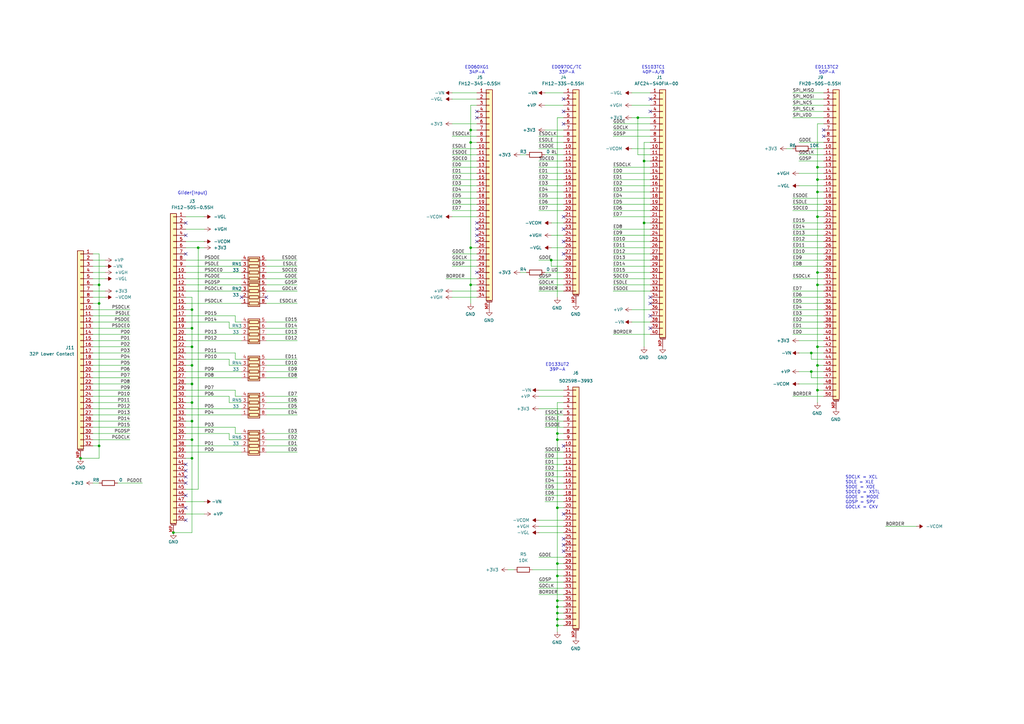
<source format=kicad_sch>
(kicad_sch (version 20231120) (generator "eeschema") (generator_version "8.0")
  (paper "A3")
  (junction (at 335.28 73.66))
  (junction (at 40.64 124.46))
  (junction (at 78.74 157.48))
  (junction (at 228.6 256.54))
  (junction (at 81.28 101.6))
  (junction (at 335.28 68.58))
  (junction (at 78.74 187.96))
  (junction (at 78.74 165.1))
  (junction (at 335.28 111.76))
  (junction (at 71.12 218.44))
  (junction (at 228.6 177.8))
  (junction (at 335.28 149.86))
  (junction (at 40.64 182.88))
  (junction (at 33.02 187.96))
  (junction (at 335.28 160.02))
  (junction (at 78.74 127))
  (junction (at 78.74 180.34))
  (junction (at 78.74 134.62))
  (junction (at 78.74 149.86))
  (junction (at 332.74 144.78))
  (junction (at 335.28 78.74))
  (junction (at 193.04 116.84))
  (junction (at 264.16 66.04) (diameter 0.9144))
  (junction (at 40.64 116.84))
  (junction (at 261.62 48.26))
  (junction (at 335.28 142.24))
  (junction (at 335.28 88.9))
  (junction (at 228.6 246.38))
  (junction (at 193.04 58.42))
  (junction (at 228.6 208.28))
  (junction (at 332.74 152.4))
  (junction (at 78.74 172.72))
  (junction (at 264.16 91.44) (diameter 0.9144))
  (junction (at 228.6 248.92))
  (junction (at 335.28 116.84))
  (junction (at 228.6 236.22))
  (junction (at 193.04 53.34))
  (junction (at 228.6 251.46))
  (junction (at 228.6 254))
  (junction (at 228.6 231.14))
  (junction (at 193.04 101.6))
  (junction (at 78.74 142.24))
  (junction (at 228.6 180.34))
  (junction (at 226.06 106.68))
  (no_connect (at 76.2 203.2))
  (no_connect (at 76.2 198.12))
  (no_connect (at 195.58 111.76))
  (no_connect (at 266.7 121.92))
  (no_connect (at 231.14 104.14))
  (no_connect (at 195.58 96.52))
  (no_connect (at 231.14 99.06))
  (no_connect (at 195.58 99.06))
  (no_connect (at 231.14 88.9))
  (no_connect (at 337.82 53.34))
  (no_connect (at 76.2 190.5))
  (no_connect (at 76.2 208.28))
  (no_connect (at 195.58 45.72))
  (no_connect (at 231.14 182.88))
  (no_connect (at 266.7 129.54))
  (no_connect (at 76.2 104.14))
  (no_connect (at 231.14 50.8))
  (no_connect (at 195.58 91.44))
  (no_connect (at 109.22 121.92))
  (no_connect (at 266.7 40.64))
  (no_connect (at 231.14 93.98))
  (no_connect (at 231.14 45.72))
  (no_connect (at 231.14 220.98))
  (no_connect (at 99.06 121.92))
  (no_connect (at 266.7 124.46))
  (no_connect (at 266.7 134.62))
  (no_connect (at 76.2 213.36))
  (no_connect (at 195.58 93.98))
  (no_connect (at 266.7 45.72))
  (no_connect (at 76.2 195.58))
  (no_connect (at 231.14 210.82))
  (no_connect (at 76.2 91.44))
  (no_connect (at 76.2 96.52))
  (no_connect (at 231.14 40.64))
  (no_connect (at 231.14 223.52))
  (no_connect (at 76.2 193.04))
  (no_connect (at 195.58 48.26))
  (no_connect (at 337.82 55.88))
  (no_connect (at 231.14 226.06))
  (wire (pts (xy 109.22 111.76) (xy 121.92 111.76)))
  (wire (pts (xy 38.1 170.18) (xy 53.34 170.18)))
  (wire (pts (xy 223.52 175.26) (xy 231.14 175.26)))
  (wire (pts (xy 325.12 121.92) (xy 337.82 121.92)))
  (wire (pts (xy 76.2 109.22) (xy 99.06 109.22)))
  (wire (pts (xy 259.08 132.08) (xy 266.7 132.08)))
  (wire (pts (xy 228.6 177.8) (xy 231.14 177.8)))
  (wire (pts (xy 220.98 218.44) (xy 231.14 218.44)))
  (wire (pts (xy 76.2 129.54) (xy 96.52 129.54)))
  (wire (pts (xy 337.82 63.5) (xy 327.66 63.5)))
  (wire (pts (xy 335.28 73.66) (xy 335.28 78.74)))
  (wire (pts (xy 325.12 48.26) (xy 337.82 48.26)))
  (wire (pts (xy 261.62 48.26) (xy 266.7 48.26)))
  (wire (pts (xy 261.62 48.26) (xy 261.62 63.5)))
  (wire (pts (xy 185.42 38.1) (xy 195.58 38.1)))
  (wire (pts (xy 223.52 53.34) (xy 231.14 53.34)))
  (wire (pts (xy 76.2 134.62) (xy 78.74 134.62)))
  (wire (pts (xy 78.74 180.34) (xy 78.74 172.72)))
  (wire (pts (xy 185.42 83.82) (xy 195.58 83.82)))
  (wire (pts (xy 337.82 147.32) (xy 332.74 147.32)))
  (wire (pts (xy 40.64 182.88) (xy 40.64 187.96)))
  (wire (pts (xy 93.98 165.1) (xy 99.06 165.1)))
  (wire (pts (xy 228.6 254) (xy 231.14 254)))
  (wire (pts (xy 193.04 53.34) (xy 193.04 58.42)))
  (wire (pts (xy 78.74 165.1) (xy 78.74 157.48)))
  (wire (pts (xy 266.7 50.8) (xy 251.46 50.8)))
  (wire (pts (xy 76.2 172.72) (xy 78.74 172.72)))
  (wire (pts (xy 78.74 142.24) (xy 78.74 134.62)))
  (wire (pts (xy 195.58 106.68) (xy 185.42 106.68)))
  (wire (pts (xy 325.12 114.3) (xy 337.82 114.3)))
  (wire (pts (xy 193.04 43.18) (xy 193.04 53.34)))
  (wire (pts (xy 93.98 147.32) (xy 93.98 149.86)))
  (wire (pts (xy 109.22 116.84) (xy 121.92 116.84)))
  (wire (pts (xy 76.2 114.3) (xy 99.06 114.3)))
  (wire (pts (xy 193.04 101.6) (xy 193.04 116.84)))
  (wire (pts (xy 231.14 48.26) (xy 228.6 48.26)))
  (wire (pts (xy 185.42 55.88) (xy 195.58 55.88)))
  (wire (pts (xy 335.28 116.84) (xy 337.82 116.84)))
  (wire (pts (xy 109.22 167.64) (xy 121.92 167.64)))
  (wire (pts (xy 96.52 147.32) (xy 99.06 147.32)))
  (wire (pts (xy 228.6 248.92) (xy 228.6 251.46)))
  (wire (pts (xy 266.7 111.76) (xy 251.46 111.76)))
  (wire (pts (xy 220.98 167.64) (xy 231.14 167.64)))
  (wire (pts (xy 223.52 190.5) (xy 231.14 190.5)))
  (wire (pts (xy 38.1 144.78) (xy 53.34 144.78)))
  (wire (pts (xy 38.1 162.56) (xy 53.34 162.56)))
  (wire (pts (xy 327.66 76.2) (xy 337.82 76.2)))
  (wire (pts (xy 220.98 160.02) (xy 231.14 160.02)))
  (wire (pts (xy 40.64 124.46) (xy 38.1 124.46)))
  (wire (pts (xy 327.66 152.4) (xy 332.74 152.4)))
  (wire (pts (xy 266.7 96.52) (xy 251.46 96.52)))
  (wire (pts (xy 223.52 63.5) (xy 231.14 63.5)))
  (wire (pts (xy 266.7 73.66) (xy 251.46 73.66)))
  (wire (pts (xy 223.52 38.1) (xy 231.14 38.1)))
  (wire (pts (xy 96.52 129.54) (xy 96.52 132.08)))
  (wire (pts (xy 76.2 170.18) (xy 99.06 170.18)))
  (wire (pts (xy 185.42 60.96) (xy 195.58 60.96)))
  (wire (pts (xy 78.74 134.62) (xy 78.74 127)))
  (wire (pts (xy 325.12 129.54) (xy 337.82 129.54)))
  (wire (pts (xy 220.98 81.28) (xy 231.14 81.28)))
  (wire (pts (xy 220.98 213.36) (xy 231.14 213.36)))
  (wire (pts (xy 76.2 185.42) (xy 99.06 185.42)))
  (wire (pts (xy 185.42 40.64) (xy 195.58 40.64)))
  (wire (pts (xy 220.98 78.74) (xy 231.14 78.74)))
  (wire (pts (xy 335.28 78.74) (xy 337.82 78.74)))
  (wire (pts (xy 93.98 149.86) (xy 99.06 149.86)))
  (wire (pts (xy 220.98 162.56) (xy 231.14 162.56)))
  (wire (pts (xy 335.28 160.02) (xy 335.28 165.1)))
  (wire (pts (xy 335.28 149.86) (xy 337.82 149.86)))
  (wire (pts (xy 231.14 238.76) (xy 220.98 238.76)))
  (wire (pts (xy 182.88 114.3) (xy 195.58 114.3)))
  (wire (pts (xy 38.1 198.12) (xy 40.64 198.12)))
  (wire (pts (xy 38.1 109.22) (xy 43.18 109.22)))
  (wire (pts (xy 76.2 147.32) (xy 93.98 147.32)))
  (wire (pts (xy 327.66 139.7) (xy 337.82 139.7)))
  (wire (pts (xy 213.36 63.5) (xy 215.9 63.5)))
  (wire (pts (xy 266.7 88.9) (xy 251.46 88.9)))
  (wire (pts (xy 109.22 134.62) (xy 121.92 134.62)))
  (wire (pts (xy 220.98 215.9) (xy 231.14 215.9)))
  (wire (pts (xy 38.1 180.34) (xy 53.34 180.34)))
  (wire (pts (xy 109.22 180.34) (xy 121.92 180.34)))
  (wire (pts (xy 335.28 116.84) (xy 335.28 142.24)))
  (wire (pts (xy 109.22 124.46) (xy 121.92 124.46)))
  (wire (pts (xy 228.6 177.8) (xy 228.6 180.34)))
  (wire (pts (xy 266.7 109.22) (xy 251.46 109.22)))
  (wire (pts (xy 220.98 60.96) (xy 231.14 60.96)))
  (wire (pts (xy 76.2 175.26) (xy 96.52 175.26)))
  (wire (pts (xy 185.42 63.5) (xy 195.58 63.5)))
  (wire (pts (xy 226.06 91.44) (xy 231.14 91.44)))
  (wire (pts (xy 228.6 208.28) (xy 228.6 231.14)))
  (wire (pts (xy 325.12 83.82) (xy 337.82 83.82)))
  (wire (pts (xy 228.6 231.14) (xy 231.14 231.14)))
  (wire (pts (xy 223.52 185.42) (xy 231.14 185.42)))
  (wire (pts (xy 40.64 116.84) (xy 40.64 124.46)))
  (wire (pts (xy 332.74 144.78) (xy 337.82 144.78)))
  (wire (pts (xy 93.98 132.08) (xy 93.98 134.62)))
  (wire (pts (xy 335.28 88.9) (xy 337.82 88.9)))
  (wire (pts (xy 223.52 205.74) (xy 231.14 205.74)))
  (wire (pts (xy 322.58 60.96) (xy 325.12 60.96)))
  (wire (pts (xy 109.22 114.3) (xy 121.92 114.3)))
  (wire (pts (xy 109.22 149.86) (xy 121.92 149.86)))
  (wire (pts (xy 231.14 109.22) (xy 226.06 109.22)))
  (wire (pts (xy 325.12 124.46) (xy 337.82 124.46)))
  (wire (pts (xy 266.7 93.98) (xy 251.46 93.98)))
  (wire (pts (xy 325.12 40.64) (xy 337.82 40.64)))
  (wire (pts (xy 231.14 241.3) (xy 220.98 241.3)))
  (wire (pts (xy 228.6 165.1) (xy 228.6 177.8)))
  (wire (pts (xy 325.12 106.68) (xy 337.82 106.68)))
  (wire (pts (xy 109.22 152.4) (xy 121.92 152.4)))
  (wire (pts (xy 78.74 172.72) (xy 78.74 165.1)))
  (wire (pts (xy 38.1 119.38) (xy 43.18 119.38)))
  (wire (pts (xy 220.98 58.42) (xy 231.14 58.42)))
  (wire (pts (xy 38.1 139.7) (xy 53.34 139.7)))
  (wire (pts (xy 76.2 137.16) (xy 99.06 137.16)))
  (wire (pts (xy 220.98 71.12) (xy 231.14 71.12)))
  (wire (pts (xy 327.66 71.12) (xy 337.82 71.12)))
  (wire (pts (xy 231.14 106.68) (xy 226.06 106.68)))
  (wire (pts (xy 40.64 124.46) (xy 40.64 182.88)))
  (wire (pts (xy 220.98 86.36) (xy 231.14 86.36)))
  (wire (pts (xy 325.12 109.22) (xy 337.82 109.22)))
  (wire (pts (xy 76.2 142.24) (xy 78.74 142.24)))
  (wire (pts (xy 76.2 99.06) (xy 83.82 99.06)))
  (wire (pts (xy 259.08 38.1) (xy 266.7 38.1)))
  (wire (pts (xy 93.98 134.62) (xy 99.06 134.62)))
  (wire (pts (xy 223.52 187.96) (xy 231.14 187.96)))
  (wire (pts (xy 109.22 147.32) (xy 121.92 147.32)))
  (wire (pts (xy 335.28 78.74) (xy 335.28 88.9)))
  (wire (pts (xy 195.58 109.22) (xy 185.42 109.22)))
  (wire (pts (xy 109.22 106.68) (xy 121.92 106.68)))
  (wire (pts (xy 38.1 172.72) (xy 53.34 172.72)))
  (wire (pts (xy 78.74 157.48) (xy 78.74 149.86)))
  (wire (pts (xy 48.26 198.12) (xy 58.42 198.12)))
  (wire (pts (xy 81.28 101.6) (xy 81.28 200.66)))
  (wire (pts (xy 228.6 236.22) (xy 231.14 236.22)))
  (wire (pts (xy 325.12 81.28) (xy 337.82 81.28)))
  (wire (pts (xy 228.6 236.22) (xy 228.6 246.38)))
  (wire (pts (xy 96.52 144.78) (xy 96.52 147.32)))
  (wire (pts (xy 109.22 109.22) (xy 121.92 109.22)))
  (wire (pts (xy 325.12 127) (xy 337.82 127)))
  (wire (pts (xy 76.2 116.84) (xy 99.06 116.84)))
  (wire (pts (xy 38.1 129.54) (xy 53.34 129.54)))
  (wire (pts (xy 264.16 66.04) (xy 266.7 66.04)))
  (wire (pts (xy 38.1 132.08) (xy 53.34 132.08)))
  (wire (pts (xy 193.04 116.84) (xy 193.04 124.46)))
  (wire (pts (xy 76.2 180.34) (xy 78.74 180.34)))
  (wire (pts (xy 76.2 167.64) (xy 99.06 167.64)))
  (wire (pts (xy 78.74 121.92) (xy 76.2 121.92)))
  (wire (pts (xy 38.1 154.94) (xy 53.34 154.94)))
  (wire (pts (xy 38.1 127) (xy 53.34 127)))
  (wire (pts (xy 325.12 104.14) (xy 337.82 104.14)))
  (wire (pts (xy 195.58 43.18) (xy 193.04 43.18)))
  (wire (pts (xy 76.2 144.78) (xy 96.52 144.78)))
  (wire (pts (xy 38.1 147.32) (xy 53.34 147.32)))
  (wire (pts (xy 325.12 45.72) (xy 337.82 45.72)))
  (wire (pts (xy 193.04 116.84) (xy 195.58 116.84)))
  (wire (pts (xy 259.08 127) (xy 266.7 127)))
  (wire (pts (xy 228.6 251.46) (xy 228.6 254)))
  (wire (pts (xy 220.98 73.66) (xy 231.14 73.66)))
  (wire (pts (xy 264.16 58.42) (xy 264.16 66.04)))
  (wire (pts (xy 325.12 38.1) (xy 337.82 38.1)))
  (wire (pts (xy 266.7 68.58) (xy 251.46 68.58)))
  (wire (pts (xy 335.28 149.86) (xy 335.28 160.02)))
  (wire (pts (xy 109.22 132.08) (xy 121.92 132.08)))
  (wire (pts (xy 266.7 58.42) (xy 264.16 58.42)))
  (wire (pts (xy 185.42 121.92) (xy 195.58 121.92)))
  (wire (pts (xy 266.7 53.34) (xy 251.46 53.34)))
  (wire (pts (xy 76.2 162.56) (xy 93.98 162.56)))
  (wire (pts (xy 81.28 200.66) (xy 76.2 200.66)))
  (wire (pts (xy 38.1 106.68) (xy 43.18 106.68)))
  (wire (pts (xy 335.28 142.24) (xy 335.28 149.86)))
  (wire (pts (xy 226.06 106.68) (xy 220.98 106.68)))
  (wire (pts (xy 78.74 218.44) (xy 78.74 187.96)))
  (wire (pts (xy 109.22 165.1) (xy 121.92 165.1)))
  (wire (pts (xy 220.98 66.04) (xy 231.14 66.04)))
  (wire (pts (xy 38.1 165.1) (xy 53.34 165.1)))
  (wire (pts (xy 193.04 53.34) (xy 195.58 53.34)))
  (wire (pts (xy 266.7 86.36) (xy 251.46 86.36)))
  (wire (pts (xy 325.12 134.62) (xy 337.82 134.62)))
  (wire (pts (xy 223.52 111.76) (xy 231.14 111.76)))
  (wire (pts (xy 325.12 119.38) (xy 337.82 119.38)))
  (wire (pts (xy 38.1 149.86) (xy 53.34 149.86)))
  (wire (pts (xy 213.36 111.76) (xy 215.9 111.76)))
  (wire (pts (xy 228.6 180.34) (xy 228.6 208.28)))
  (wire (pts (xy 228.6 251.46) (xy 231.14 251.46)))
  (wire (pts (xy 335.28 68.58) (xy 335.28 73.66)))
  (wire (pts (xy 78.74 149.86) (xy 78.74 142.24)))
  (wire (pts (xy 185.42 86.36) (xy 195.58 86.36)))
  (wire (pts (xy 266.7 101.6) (xy 251.46 101.6)))
  (wire (pts (xy 226.06 96.52) (xy 231.14 96.52)))
  (wire (pts (xy 335.28 88.9) (xy 335.28 111.76)))
  (wire (pts (xy 325.12 132.08) (xy 337.82 132.08)))
  (wire (pts (xy 93.98 177.8) (xy 93.98 180.34)))
  (wire (pts (xy 185.42 119.38) (xy 195.58 119.38)))
  (wire (pts (xy 266.7 137.16) (xy 251.46 137.16)))
  (wire (pts (xy 76.2 93.98) (xy 83.82 93.98)))
  (wire (pts (xy 266.7 114.3) (xy 251.46 114.3)))
  (wire (pts (xy 185.42 78.74) (xy 195.58 78.74)))
  (wire (pts (xy 76.2 139.7) (xy 99.06 139.7)))
  (wire (pts (xy 76.2 101.6) (xy 81.28 101.6)))
  (wire (pts (xy 266.7 116.84) (xy 251.46 116.84)))
  (wire (pts (xy 38.1 152.4) (xy 53.34 152.4)))
  (wire (pts (xy 38.1 111.76) (xy 43.18 111.76)))
  (wire (pts (xy 96.52 175.26) (xy 96.52 177.8)))
  (wire (pts (xy 337.82 50.8) (xy 335.28 50.8)))
  (wire (pts (xy 38.1 121.92) (xy 43.18 121.92)))
  (wire (pts (xy 325.12 91.44) (xy 337.82 91.44)))
  (wire (pts (xy 266.7 81.28) (xy 251.46 81.28)))
  (wire (pts (xy 76.2 106.68) (xy 99.06 106.68)))
  (wire (pts (xy 96.52 162.56) (xy 99.06 162.56)))
  (wire (pts (xy 228.6 180.34) (xy 231.14 180.34)))
  (wire (pts (xy 185.42 73.66) (xy 195.58 73.66)))
  (wire (pts (xy 109.22 137.16) (xy 121.92 137.16)))
  (wire (pts (xy 38.1 116.84) (xy 40.64 116.84)))
  (wire (pts (xy 185.42 50.8) (xy 195.58 50.8)))
  (wire (pts (xy 93.98 180.34) (xy 99.06 180.34)))
  (wire (pts (xy 332.74 152.4) (xy 337.82 152.4)))
  (wire (pts (xy 259.08 60.96) (xy 266.7 60.96)))
  (wire (pts (xy 332.74 147.32) (xy 332.74 144.78)))
  (wire (pts (xy 220.98 76.2) (xy 231.14 76.2)))
  (wire (pts (xy 223.52 195.58) (xy 231.14 195.58)))
  (wire (pts (xy 220.98 55.88) (xy 231.14 55.88)))
  (wire (pts (xy 109.22 185.42) (xy 121.92 185.42)))
  (wire (pts (xy 266.7 78.74) (xy 251.46 78.74)))
  (wire (pts (xy 38.1 142.24) (xy 53.34 142.24)))
  (wire (pts (xy 325.12 99.06) (xy 337.82 99.06)))
  (wire (pts (xy 335.28 73.66) (xy 337.82 73.66)))
  (wire (pts (xy 223.52 193.04) (xy 231.14 193.04)))
  (wire (pts (xy 109.22 139.7) (xy 121.92 139.7)))
  (wire (pts (xy 325.12 93.98) (xy 337.82 93.98)))
  (wire (pts (xy 226.06 101.6) (xy 231.14 101.6)))
  (wire (pts (xy 38.1 134.62) (xy 53.34 134.62)))
  (wire (pts (xy 38.1 137.16) (xy 53.34 137.16)))
  (wire (pts (xy 337.82 66.04) (xy 327.66 66.04)))
  (wire (pts (xy 228.6 231.14) (xy 228.6 236.22)))
  (wire (pts (xy 266.7 55.88) (xy 251.46 55.88)))
  (wire (pts (xy 38.1 157.48) (xy 53.34 157.48)))
  (wire (pts (xy 78.74 187.96) (xy 78.74 180.34)))
  (wire (pts (xy 76.2 149.86) (xy 78.74 149.86)))
  (wire (pts (xy 261.62 63.5) (xy 266.7 63.5)))
  (wire (pts (xy 220.98 83.82) (xy 231.14 83.82)))
  (wire (pts (xy 96.52 160.02) (xy 96.52 162.56)))
  (wire (pts (xy 335.28 68.58) (xy 337.82 68.58)))
  (wire (pts (xy 220.98 243.84) (xy 231.14 243.84)))
  (wire (pts (xy 76.2 88.9) (xy 83.82 88.9)))
  (wire (pts (xy 259.08 43.18) (xy 266.7 43.18)))
  (wire (pts (xy 76.2 124.46) (xy 99.06 124.46)))
  (wire (pts (xy 38.1 175.26) (xy 53.34 175.26)))
  (wire (pts (xy 76.2 111.76) (xy 99.06 111.76)))
  (wire (pts (xy 109.22 182.88) (xy 121.92 182.88)))
  (wire (pts (xy 96.52 132.08) (xy 99.06 132.08)))
  (wire (pts (xy 226.06 109.22) (xy 226.06 106.68)))
  (wire (pts (xy 332.74 154.94) (xy 332.74 152.4)))
  (wire (pts (xy 40.64 182.88) (xy 38.1 182.88)))
  (wire (pts (xy 185.42 66.04) (xy 195.58 66.04)))
  (wire (pts (xy 266.7 106.68) (xy 251.46 106.68)))
  (wire (pts (xy 193.04 58.42) (xy 193.04 101.6)))
  (wire (pts (xy 228.6 254) (xy 228.6 256.54)))
  (wire (pts (xy 335.28 111.76) (xy 337.82 111.76)))
  (wire (pts (xy 109.22 119.38) (xy 121.92 119.38)))
  (wire (pts (xy 76.2 165.1) (xy 78.74 165.1)))
  (wire (pts (xy 76.2 119.38) (xy 99.06 119.38)))
  (wire (pts (xy 228.6 256.54) (xy 228.6 259.08)))
  (wire (pts (xy 40.64 187.96) (xy 33.02 187.96)))
  (wire (pts (xy 76.2 205.74) (xy 83.82 205.74)))
  (wire (pts (xy 193.04 58.42) (xy 195.58 58.42)))
  (wire (pts (xy 325.12 101.6) (xy 337.82 101.6)))
  (wire (pts (xy 76.2 132.08) (xy 93.98 132.08)))
  (wire (pts (xy 220.98 68.58) (xy 231.14 68.58)))
  (wire (pts (xy 335.28 50.8) (xy 335.28 68.58)))
  (wire (pts (xy 208.28 233.68) (xy 210.82 233.68)))
  (wire (pts (xy 109.22 154.94) (xy 121.92 154.94)))
  (wire (pts (xy 223.52 198.12) (xy 231.14 198.12)))
  (wire (pts (xy 185.42 71.12) (xy 195.58 71.12)))
  (wire (pts (xy 228.6 208.28) (xy 231.14 208.28)))
  (wire (pts (xy 38.1 160.02) (xy 53.34 160.02)))
  (wire (pts (xy 231.14 114.3) (xy 220.98 114.3)))
  (wire (pts (xy 218.44 233.68) (xy 231.14 233.68)))
  (wire (pts (xy 325.12 137.16) (xy 337.82 137.16)))
  (wire (pts (xy 228.6 48.26) (xy 228.6 121.92)))
  (wire (pts (xy 220.98 119.38) (xy 231.14 119.38)))
  (wire (pts (xy 223.52 172.72) (xy 231.14 172.72)))
  (wire (pts (xy 335.28 142.24) (xy 337.82 142.24)))
  (wire (pts (xy 185.42 76.2) (xy 195.58 76.2)))
  (wire (pts (xy 266.7 119.38) (xy 251.46 119.38)))
  (wire (pts (xy 195.58 104.14) (xy 185.42 104.14)))
  (wire (pts (xy 76.2 154.94) (xy 99.06 154.94)))
  (wire (pts (xy 266.7 76.2) (xy 251.46 76.2)))
  (wire (pts (xy 223.52 203.2) (xy 231.14 203.2)))
  (wire (pts (xy 259.08 48.26) (xy 261.62 48.26)))
  (wire (pts (xy 78.74 218.44) (xy 71.12 218.44)))
  (wire (pts (xy 38.1 167.64) (xy 53.34 167.64)))
  (wire (pts (xy 266.7 104.14) (xy 251.46 104.14)))
  (wire (pts (xy 325.12 86.36) (xy 337.82 86.36)))
  (wire (pts (xy 266.7 71.12) (xy 251.46 71.12)))
  (wire (pts (xy 76.2 187.96) (xy 78.74 187.96)))
  (wire (pts (xy 228.6 256.54) (xy 231.14 256.54)))
  (wire (pts (xy 96.52 177.8) (xy 99.06 177.8)))
  (wire (pts (xy 228.6 246.38) (xy 231.14 246.38)))
  (wire (pts (xy 223.52 43.18) (xy 231.14 43.18)))
  (wire (pts (xy 231.14 228.6) (xy 220.98 228.6)))
  (wire (pts (xy 264.16 66.04) (xy 264.16 91.44)))
  (wire (pts (xy 76.2 152.4) (xy 99.06 152.4)))
  (wire (pts (xy 335.28 160.02) (xy 337.82 160.02)))
  (wire (pts (xy 332.74 60.96) (xy 337.82 60.96)))
  (wire (pts (xy 264.16 91.44) (xy 264.16 142.24)))
  (wire (pts (xy 76.2 160.02) (xy 96.52 160.02)))
  (wire (pts (xy 363.22 215.9) (xy 375.92 215.9)))
  (wire (pts (xy 76.2 157.48) (xy 78.74 157.48)))
  (wire (pts (xy 231.14 116.84) (xy 220.98 116.84)))
  (wire (pts (xy 81.28 101.6) (xy 83.82 101.6)))
  (wire (pts (xy 337.82 58.42) (xy 327.66 58.42)))
  (wire (pts (xy 109.22 170.18) (xy 121.92 170.18)))
  (wire (pts (xy 93.98 162.56) (xy 93.98 165.1)))
  (wire (pts (xy 76.2 210.82) (xy 83.82 210.82)))
  (wire (pts (xy 78.74 127) (xy 78.74 121.92)))
  (wire (pts (xy 327.66 157.48) (xy 337.82 157.48)))
  (wire (pts (xy 325.12 43.18) (xy 337.82 43.18)))
  (wire (pts (xy 40.64 104.14) (xy 40.64 116.84)))
  (wire (pts (xy 327.66 144.78) (xy 332.74 144.78)))
  (wire (pts (xy 325.12 96.52) (xy 337.82 96.52)))
  (wire (pts (xy 38.1 104.14) (xy 40.64 104.14)))
  (wire (pts (xy 264.16 91.44) (xy 266.7 91.44)))
  (wire (pts (xy 223.52 170.18) (xy 231.14 170.18)))
  (wire (pts (xy 266.7 83.82) (xy 251.46 83.82)))
  (wire (pts (xy 193.04 101.6) (xy 195.58 101.6)))
  (wire (pts (xy 223.52 200.66) (xy 231.14 200.66)))
  (wire (pts (xy 228.6 248.92) (xy 231.14 248.92)))
  (wire (pts (xy 185.42 81.28) (xy 195.58 81.28)))
  (wire (pts (xy 76.2 182.88) (xy 99.06 182.88)))
  (wire (pts (xy 228.6 246.38) (xy 228.6 248.92)))
  (wire (pts (xy 109.22 177.8) (xy 121.92 177.8)))
  (wire (pts (xy 185.42 68.58) (xy 195.58 68.58)))
  (wire (pts (xy 335.28 111.76) (xy 335.28 116.84)))
  (wire (pts (xy 76.2 177.8) (xy 93.98 177.8)))
  (wire (pts (xy 266.7 99.06) (xy 251.46 99.06)))
  (wire (pts (xy 231.14 165.1) (xy 228.6 165.1)))
  (wire (pts (xy 185.42 88.9) (xy 195.58 88.9)))
  (wire (pts (xy 325.12 162.56) (xy 337.82 162.56)))
  (wire (pts (xy 337.82 154.94) (xy 332.74 154.94)))
  (wire (pts (xy 76.2 127) (xy 78.74 127)))
  (wire (pts (xy 38.1 114.3) (xy 43.18 114.3)))
  (wire (pts (xy 38.1 177.8) (xy 53.34 177.8)))
  (wire (pts (xy 109.22 162.56) (xy 121.92 162.56)))
  (text "ED133UT2\n39P-A" (at 228.6 152.4 0) (effects (font (size 1.27 1.27)) (justify bottom)))
  (text "ED060XG1\n34P-A" (at 195.58 30.48 0) (effects (font (size 1.27 1.27)) (justify bottom)))
  (text "ED113TC2\n50P-A" (at 339.09 30.48 0) (effects (font (size 1.27 1.27)) (justify bottom)))
  (text "Glider(Input)" (at 85.09 80.01 0) (effects (font (size 1.27 1.27)) (justify right bottom)))
  (text "ES103TC1\n40P-A/B" (at 267.97 30.48 0) (effects (font (size 1.27 1.27)) (justify bottom)))
  (text "ED097OC/TC\n33P-A" (at 232.41 30.48 0) (effects (font (size 1.27 1.27)) (justify bottom)))
  (text "SDCLK = XCL\nSDLE = XLE\nSDOE = XOE\nSDCE0 = XSTL\nGDOE = MODE\nGDSP = SPV\nGDCLK = CKV" (at 346.71 201.93 0) (effects (font (size 1.27 1.27)) (justify left)))
  (label "BORDER" (at 220.98 119.38 0))
  (label "PGDSP" (at 83.82 116.84 0))
  (label "SDCE0" (at 185.42 66.04 0))
  (label "PD3" (at 53.34 144.78 180))
  (label "SDCE0" (at 220.98 66.04 0))
  (label "ESDLE" (at 325.12 83.82 0))
  (label "ED10" (at 325.12 104.14 0))
  (label "ED5" (at 121.92 167.64 180))
  (label "SDCE0" (at 325.12 86.36 0))
  (label "ED10" (at 251.46 99.06 0))
  (label "PD8" (at 53.34 157.48 180))
  (label "PD9" (at 53.34 160.02 180))
  (label "PD2" (at 53.34 142.24 180))
  (label "ED7" (at 325.12 119.38 0))
  (label "ED0" (at 220.98 68.58 0))
  (label "PD15" (at 53.34 175.26 180))
  (label "ESDOE" (at 251.46 119.38 0))
  (label "ED1" (at 185.42 71.12 0))
  (label "PD0" (at 83.82 185.42 0))
  (label "ESDOE" (at 223.52 175.26 0))
  (label "SDCE0" (at 121.92 111.76 180))
  (label "UD" (at 226.06 111.76 0))
  (label "ESDLE" (at 185.42 60.96 0))
  (label "GDOE" (at 220.98 228.6 0))
  (label "ESDCLK" (at 223.52 170.18 0))
  (label "GDSP" (at 327.66 66.04 0))
  (label "PD6" (at 83.82 162.56 0))
  (label "PSDCLK" (at 83.82 124.46 0))
  (label "ED1" (at 121.92 182.88 180))
  (label "PD9" (at 83.82 152.4 0))
  (label "GDCLK" (at 220.98 241.3 0))
  (label "RL" (at 226.06 63.5 0))
  (label "ED4" (at 185.42 78.74 0))
  (label "ED1" (at 220.98 71.12 0))
  (label "GDOE" (at 327.66 58.42 0))
  (label "ESDOE" (at 220.98 60.96 0))
  (label "ED15" (at 251.46 111.76 0))
  (label "PD6" (at 53.34 152.4 180))
  (label "ESDCLK" (at 121.92 124.46 180))
  (label "SPI_MOSI" (at 325.12 40.64 0))
  (label "PGDOE" (at 58.42 198.12 180))
  (label "PGDOE" (at 83.82 114.3 0))
  (label "ESDLE" (at 220.98 58.42 0))
  (label "PD10" (at 83.82 147.32 0))
  (label "PD5" (at 83.82 167.64 0))
  (label "ED4" (at 223.52 198.12 0))
  (label "ESDCLK" (at 185.42 55.88 0))
  (label "GDCLK" (at 121.92 119.38 180))
  (label "ED14" (at 325.12 93.98 0))
  (label "ED9" (at 121.92 152.4 180))
  (label "ED12" (at 251.46 104.14 0))
  (label "ESDLE" (at 223.52 172.72 0))
  (label "BORDER" (at 220.98 243.84 0))
  (label "ESDOE" (at 121.92 106.68 180))
  (label "ED12" (at 121.92 139.7 180))
  (label "ED12" (at 325.12 99.06 0))
  (label "PD12" (at 53.34 167.64 180))
  (label "GDOE" (at 121.92 114.3 180))
  (label "PD2" (at 83.82 177.8 0))
  (label "ESDCLK" (at 251.46 68.58 0))
  (label "ED13" (at 121.92 137.16 180))
  (label "ED2" (at 251.46 76.2 0))
  (label "SPI_MISO" (at 325.12 38.1 0))
  (label "GDCLK" (at 327.66 63.5 0))
  (label "ESDOE" (at 185.42 63.5 0))
  (label "GDOE" (at 251.46 50.8 0))
  (label "PD11" (at 83.82 144.78 0))
  (label "ED0" (at 223.52 187.96 0))
  (label "ED0" (at 185.42 68.58 0))
  (label "PD4" (at 53.34 147.32 180))
  (label "ED4" (at 220.98 78.74 0))
  (label "SPI_SCLK" (at 325.12 45.72 0))
  (label "SPI_NCS" (at 325.12 43.18 0))
  (label "ED14" (at 121.92 134.62 180))
  (label "ED11" (at 251.46 101.6 0))
  (label "ED13" (at 251.46 106.68 0))
  (label "ED6" (at 121.92 165.1 180))
  (label "ED7" (at 185.42 86.36 0))
  (label "GDCLK" (at 220.98 116.84 0))
  (label "ED3" (at 251.46 78.74 0))
  (label "GDSP" (at 220.98 238.76 0))
  (label "ED3" (at 325.12 129.54 0))
  (label "ED0" (at 121.92 185.42 180))
  (label "ED6" (at 220.98 83.82 0))
  (label "GDSP" (at 220.98 114.3 0))
  (label "ED4" (at 121.92 170.18 180))
  (label "PD11" (at 53.34 165.1 180))
  (label "GDOE" (at 185.42 104.14 0))
  (label "ESDCLK" (at 220.98 55.88 0))
  (label "PD1" (at 83.82 182.88 0))
  (label "PSDCE0" (at 83.82 111.76 0))
  (label "ED3" (at 220.98 76.2 0))
  (label "ED11" (at 325.12 101.6 0))
  (label "ED4" (at 251.46 81.28 0))
  (label "ED5" (at 223.52 200.66 0))
  (label "GDSP" (at 251.46 55.88 0))
  (label "ED1" (at 223.52 190.5 0))
  (label "ED6" (at 223.52 203.2 0))
  (label "ED11" (at 121.92 147.32 180))
  (label "ED6" (at 325.12 121.92 0))
  (label "PD1" (at 53.34 139.7 180))
  (label "PD15" (at 83.82 129.54 0))
  (label "ED10" (at 121.92 149.86 180))
  (label "ED2" (at 223.52 193.04 0))
  (label "PSDOE" (at 83.82 106.68 0))
  (label "PD5" (at 53.34 149.86 180))
  (label "ESDOE" (at 325.12 81.28 0))
  (label "PD7" (at 83.82 160.02 0))
  (label "ED13" (at 325.12 96.52 0))
  (label "ED9" (at 251.46 96.52 0))
  (label "ED2" (at 185.42 73.66 0))
  (label "ED7" (at 223.52 205.74 0))
  (label "ESDLE" (at 251.46 116.84 0))
  (label "ED7" (at 121.92 162.56 180))
  (label "ED0" (at 325.12 137.16 0))
  (label "PD0" (at 53.34 137.16 180))
  (label "ED1" (at 251.46 73.66 0))
  (label "BORDER" (at 182.88 114.3 0))
  (label "ED2" (at 220.98 73.66 0))
  (label "BORDER" (at 325.12 162.56 0))
  (label "ED7" (at 220.98 86.36 0))
  (label "ED5" (at 325.12 124.46 0))
  (label "ED8" (at 325.12 109.22 0))
  (label "ED2" (at 121.92 180.34 180))
  (label "SPI_VDD" (at 325.12 48.26 0))
  (label "GDCLK" (at 185.42 106.68 0))
  (label "GDSP" (at 185.42 109.22 0))
  (label "ED6" (at 185.42 83.82 0))
  (label "ED15" (at 325.12 91.44 0))
  (label "PSDCE0" (at 53.34 134.62 180))
  (label "ED8" (at 121.92 154.94 180))
  (label "PD14" (at 53.34 172.72 180))
  (label "ED3" (at 121.92 177.8 180))
  (label "PSDLE" (at 53.34 129.54 180))
  (label "ED14" (at 251.46 109.22 0))
  (label "PD3" (at 83.82 175.26 0))
  (label "PGDSP" (at 53.34 177.8 180))
  (label "ESDLE" (at 121.92 109.22 180))
  (label "PD13" (at 83.82 137.16 0))
  (label "PD7" (at 53.34 154.94 180))
  (label "SDCE0" (at 251.46 114.3 0))
  (label "ED9" (at 325.12 106.68 0))
  (label "GDCLK" (at 251.46 53.34 0))
  (label "GDOE" (at 220.98 106.68 0))
  (label "PD8" (at 83.82 154.94 0))
  (label "ED5" (at 251.46 83.82 0))
  (label "PSDOE" (at 53.34 132.08 180))
  (label "BORDER" (at 251.46 137.16 0))
  (label "ED3" (at 223.52 195.58 0))
  (label "ED3" (at 185.42 76.2 0))
  (label "PSDCLK" (at 53.34 127 180))
  (label "BORDER" (at 363.22 215.9 0))
  (label "ED15" (at 121.92 132.08 180))
  (label "PD12" (at 83.82 139.7 0))
  (label "ED6" (at 251.46 86.36 0))
  (label "ED1" (at 325.12 134.62 0))
  (label "PD14" (at 83.82 132.08 0))
  (label "ESDCLK" (at 325.12 114.3 0))
  (label "GDSP" (at 121.92 116.84 180))
  (label "ED5" (at 185.42 81.28 0))
  (label "PD13" (at 53.34 170.18 180))
  (label "SDCE0" (at 223.52 185.42 0))
  (label "PSDLE" (at 83.82 109.22 0))
  (label "PD10" (at 53.34 162.56 180))
  (label "ED0" (at 251.46 71.12 0))
  (label "ED4" (at 325.12 127 0))
  (label "ED8" (at 251.46 93.98 0))
  (label "PGDCLK" (at 53.34 180.34 180))
  (label "ED2" (at 325.12 132.08 0))
  (label "ED7" (at 251.46 88.9 0))
  (label "PD4" (at 83.82 170.18 0))
  (label "ED5" (at 220.98 81.28 0))
  (label "PGDCLK" (at 83.82 119.38 0))
  (symbol (lib_id "Device:R_Pack04") (at 104.14 180.34 270) (mirror x) (unit 1)
    (property "Reference" "RN6" (at 95.1484 179.3748 90) (effects (justify left)))
    (property "Value" "33" (at 95.377 181.9148 90) (effects (justify left)))
    (property "Footprint" "Resistor_SMD:R_Array_Convex_4x0402" (effects (hide yes)))
  )
  (symbol (lib_id "symbols:+V") (at 259.08 43.18 90) (mirror x) (unit 1)
    (property "Reference" "#PWR05" (effects (hide yes)))
    (property "Value" "+VGH" (at 255.27 43.1799 90) (effects (justify left)))
  )
  (symbol (lib_id "symbols:-V") (at 220.98 218.44 90) (mirror x) (unit 1)
    (property "Reference" "#PWR051" (effects (hide yes)))
    (property "Value" "-VGL" (at 217.17 218.4399 90) (effects (justify left)))
  )
  (symbol (lib_id "Device:R") (at 219.71 111.76 90) (unit 1)
    (property "Reference" "R4" (at 214.63 110.49 90))
    (property "Value" "0" (at 224.79 110.49 90))
    (property "Footprint" "Resistor_SMD:R_0402_1005Metric" (effects (hide yes)))
    (property "Description" "Resistor" (effects (hide yes)))
  )
  (symbol (lib_id "power:GND") (at 236.22 261.62 0) (mirror y) (unit 1)
    (property "Reference" "#PWR053" (effects (hide yes)))
    (property "Value" "GND" (at 236.093 266.0142 0))
  )
  (symbol (lib_id "Connector_Generic_MountingPin:Conn_01x39_MountingPin") (at 236.22 208.28 0) (unit 1)
    (property "Reference" "J6" (at 234.95 152.9714 0) (effects (justify left)))
    (property "Value" "502598-3993" (at 236.22 156.21 0))
    (property "Footprint" "footprints:Molex_5025983993" (effects (hide yes)))
    (property "LCSC" "609-10064555-392120HLFCT-ND" (effects (hide yes)))
    (property "Ref.Price" "0.95" (effects (hide yes)))
  )
  (symbol (lib_id "power:+3V3") (at 220.98 167.64 90) (unit 1)
    (property "Reference" "#PWR048" (effects (hide yes)))
    (property "Value" "+3V3" (at 217.17 167.6399 90) (effects (justify left)))
  )
  (symbol (lib_id "Device:R") (at 219.71 63.5 90) (unit 1)
    (property "Reference" "R3" (at 214.63 62.23 90))
    (property "Value" "0" (at 224.79 62.23 90))
    (property "Footprint" "Resistor_SMD:R_0402_1005Metric" (effects (hide yes)))
    (property "Description" "Resistor" (effects (hide yes)))
  )
  (symbol (lib_id "symbols:-V") (at 43.18 114.3 270) (mirror x) (unit 1)
    (property "Reference" "#PWR091" (effects (hide yes)))
    (property "Value" "-VGL" (at 46.99 114.2999 90) (effects (justify left)))
  )
  (symbol (lib_id "symbols:-V") (at 83.82 205.74 270) (mirror x) (unit 1)
    (property "Reference" "#PWR024" (effects (hide yes)))
    (property "Value" "-VN" (at 88.9 205.74 90))
  )
  (symbol (lib_id "symbols:+V") (at 223.52 43.18 90) (mirror x) (unit 1)
    (property "Reference" "#PWR029" (effects (hide yes)))
    (property "Value" "+VP" (at 215.9 43.18 90) (effects (justify right)))
  )
  (symbol (lib_id "power:GND") (at 342.9 167.64 0) (mirror y) (unit 1)
    (property "Reference" "#PWR077" (effects (hide yes)))
    (property "Value" "GND" (at 342.773 172.0342 0))
  )
  (symbol (lib_id "symbols:-V") (at 185.42 88.9 90) (mirror x) (unit 1)
    (property "Reference" "#PWR040" (effects (hide yes)))
    (property "Value" "-VCOM" (at 181.61 88.8999 90) (effects (justify left)))
  )
  (symbol (lib_id "power:GND") (at 228.6 259.08 0) (mirror y) (unit 1)
    (property "Reference" "#PWR052" (effects (hide yes)))
    (property "Value" "GND" (at 228.473 263.4742 0))
  )
  (symbol (lib_id "symbols:+V") (at 327.66 71.12 90) (mirror x) (unit 1)
    (property "Reference" "#PWR014" (effects (hide yes)))
    (property "Value" "+VGH" (at 323.85 71.1199 90) (effects (justify left)))
  )
  (symbol (lib_id "Connector_Generic_MountingPin:Conn_01x50_MountingPin") (at 342.9 99.06 0) (unit 1)
    (property "Reference" "J9" (at 335.28 31.75 0) (effects (justify left)))
    (property "Value" "FH28-50S-0.5SH" (at 327.66 34.29 0) (effects (justify left)))
    (property "Footprint" "Connector_FFC-FPC:Hirose_FH12-50S-0.5SH_1x50-1MP_P0.50mm_Horizontal" (effects (hide yes)))
    (property "Description" "\"Generic connectable mounting pin connector, single row, 01x50, script generated\"" (effects (hide yes)))
  )
  (symbol (lib_id "power:+3V3") (at 223.52 53.34 90) (unit 1)
    (property "Reference" "#PWR030" (effects (hide yes)))
    (property "Value" "+3V3" (at 219.71 53.3399 90) (effects (justify left)))
  )
  (symbol (lib_id "Connector_Generic_MountingPin:Conn_01x34_MountingPin") (at 200.66 78.74 0) (unit 1)
    (property "Reference" "J5" (at 195.58 31.75 0) (effects (justify left)))
    (property "Value" "FH12-34S-0.5SH" (at 187.96 34.29 0) (effects (justify left)))
    (property "Footprint" "Connector_FFC-FPC:Hirose_FH12-34S-0.5SH_1x34-1MP_P0.50mm_Horizontal" (effects (hide yes)))
  )
  (symbol (lib_id "Device:R_Pack04") (at 104.14 134.62 270) (mirror x) (unit 1)
    (property "Reference" "RN3" (at 95.1484 133.6548 90) (effects (justify left)))
    (property "Value" "33" (at 95.377 136.1948 90) (effects (justify left)))
    (property "Footprint" "Resistor_SMD:R_Array_Convex_4x0402" (effects (hide yes)))
  )
  (symbol (lib_id "symbols:-V") (at 43.18 121.92 270) (unit 1)
    (property "Reference" "#PWR093" (effects (hide yes)))
    (property "Value" "-VCOM" (at 46.99 121.9201 90) (effects (justify left)))
  )
  (symbol (lib_id "symbols:+V") (at 220.98 215.9 90) (mirror x) (unit 1)
    (property "Reference" "#PWR050" (effects (hide yes)))
    (property "Value" "+VGH" (at 217.17 215.8999 90) (effects (justify left)))
  )
  (symbol (lib_id "power:GND") (at 193.04 124.46 0) (mirror y) (unit 1)
    (property "Reference" "#PWR043" (effects (hide yes)))
    (property "Value" "GND" (at 192.913 128.8542 0))
  )
  (symbol (lib_id "symbols:-V") (at 375.92 215.9 270) (mirror x) (unit 1)
    (property "Reference" "#PWR04" (effects (hide yes)))
    (property "Value" "-VCOM" (at 379.73 215.8999 90) (effects (justify left)))
  )
  (symbol (lib_id "symbols:+V") (at 83.82 93.98 270) (mirror x) (unit 1)
    (property "Reference" "#PWR021" (effects (hide yes)))
    (property "Value" "+VGH" (at 87.63 93.9799 90) (effects (justify left)))
  )
  (symbol (lib_id "symbols:-V") (at 327.66 157.48 90) (mirror x) (unit 1)
    (property "Reference" "#PWR010" (effects (hide yes)))
    (property "Value" "-VCOM" (at 323.85 157.4799 90) (effects (justify left)))
  )
  (symbol (lib_id "symbols:-V") (at 259.08 132.08 90) (mirror x) (unit 1)
    (property "Reference" "#PWR09" (effects (hide yes)))
    (property "Value" "-VN" (at 254 132.08 90))
  )
  (symbol (lib_id "power:+3V3") (at 322.58 60.96 90) (unit 1)
    (property "Reference" "#PWR069" (effects (hide yes)))
    (property "Value" "+3V3" (at 318.77 60.9599 90) (effects (justify left)))
  )
  (symbol (lib_id "symbols:+V") (at 83.82 210.82 270) (mirror x) (unit 1)
    (property "Reference" "#PWR025" (effects (hide yes)))
    (property "Value" "+VP" (at 91.44 210.82 90) (effects (justify right)))
  )
  (symbol (lib_id "Connector_Generic_MountingPin:Conn_01x33_MountingPin") (at 236.22 78.74 0) (unit 1)
    (property "Reference" "J4" (at 229.87 31.75 0) (effects (justify left)))
    (property "Value" "FH12-33S-0.5SH" (at 222.25 34.29 0) (effects (justify left)))
    (property "Footprint" "Connector_FFC-FPC:Hirose_FH12-33S-0.5SH_1x33-1MP_P0.50mm_Horizontal" (effects (hide yes)))
    (property "Description" "Generic connectable mounting pin connector, single row, 01x33, script generated (kicad-library-utils/schlib/autogen/connector/)" (effects (hide yes)))
  )
  (symbol (lib_id "symbols:+V") (at 259.08 127 90) (mirror x) (unit 1)
    (property "Reference" "#PWR08" (effects (hide yes)))
    (property "Value" "+VP" (at 251.46 127 90) (effects (justify right)))
  )
  (symbol (lib_id "symbols:+V") (at 38.1 198.12 90) (unit 1)
    (property "Reference" "#PWR094" (effects (hide yes)))
    (property "Value" "+3V3" (at 34.29 198.1199 90) (effects (justify left)))
  )
  (symbol (lib_id "power:GND") (at 228.6 121.92 0) (mirror y) (unit 1)
    (property "Reference" "#PWR034" (effects (hide yes)))
    (property "Value" "GND" (at 228.473 126.3142 0))
  )
  (symbol (lib_id "Connector_Generic_MountingPin:Conn_01x32_MountingPin") (at 33.02 142.24 0) (mirror y) (unit 1)
    (property "Reference" "J11" (at 30.48 142.5955 0) (effects (justify left)))
    (property "Value" "32P Lower Contact" (at 30.48 145.1355 0) (effects (justify left)))
    (property "Footprint" "footprints:Hirose_FH12-32S-0.5SH_1x32-1MP_P0.50mm_Horizontal_Mirrored" (effects (hide yes)))
    (property "Description" "Generic connectable mounting pin connector, single row, 01x32, script generated (kicad-library-utils/schlib/autogen/connector/)" (effects (hide yes)))
  )
  (symbol (lib_id "symbols:+V") (at 220.98 162.56 90) (mirror x) (unit 1)
    (property "Reference" "#PWR047" (effects (hide yes)))
    (property "Value" "+VP" (at 213.36 162.56 90) (effects (justify right)))
  )
  (symbol (lib_id "power:GND") (at 335.28 165.1 0) (mirror y) (unit 1)
    (property "Reference" "#PWR076" (effects (hide yes)))
    (property "Value" "GND" (at 335.153 169.4942 0))
  )
  (symbol (lib_id "symbols:-V") (at 327.66 76.2 90) (mirror x) (unit 1)
    (property "Reference" "#PWR013" (effects (hide yes)))
    (property "Value" "-VGL" (at 323.85 76.1999 90) (effects (justify left)))
  )
  (symbol (lib_id "Device:R_Pack04") (at 104.14 109.22 270) (mirror x) (unit 1)
    (property "Reference" "RN1" (at 95.1484 108.2548 90) (effects (justify left)))
    (property "Value" "33" (at 95.377 110.7948 90) (effects (justify left)))
    (property "Footprint" "Resistor_SMD:R_Array_Convex_4x0402" (effects (hide yes)))
  )
  (symbol (lib_id "Connector_Generic_MountingPin:Conn_01x50_MountingPin") (at 71.12 149.86 0) (mirror y) (unit 1)
    (property "Reference" "J3" (at 80.01 82.55 0) (effects (justify left)))
    (property "Value" "FH12-50S-0.5SH" (at 87.63 85.09 0) (effects (justify left)))
    (property "Footprint" "footprints:Hirose_FH12-50S-0.5SH_1x50-1MP_P0.50mm_Horizontal_Mirrored" (effects (hide yes)))
    (property "Description" "\"Generic connectable mounting pin connector, single row, 01x50, script generated\"" (effects (hide yes)))
  )
  (symbol (lib_id "symbols:+V") (at 226.06 96.52 90) (mirror x) (unit 1)
    (property "Reference" "#PWR032" (effects (hide yes)))
    (property "Value" "+VGH" (at 222.25 96.5199 90) (effects (justify left)))
  )
  (symbol (lib_id "symbols:-V") (at 226.06 101.6 90) (mirror x) (unit 1)
    (property "Reference" "#PWR033" (effects (hide yes)))
    (property "Value" "-VGL" (at 222.25 101.5999 90) (effects (justify left)))
  )
  (symbol (lib_id "symbols:+V") (at 185.42 121.92 90) (mirror x) (unit 1)
    (property "Reference" "#PWR042" (effects (hide yes)))
    (property "Value" "+VGH" (at 181.61 121.9199 90) (effects (justify left)))
  )
  (symbol (lib_id "Device:R_Pack04") (at 104.14 149.86 270) (mirror x) (unit 1)
    (property "Reference" "RN4" (at 95.1484 148.8948 90) (effects (justify left)))
    (property "Value" "33" (at 95.377 151.4348 90) (effects (justify left)))
    (property "Footprint" "Resistor_SMD:R_Array_Convex_4x0402" (effects (hide yes)))
  )
  (symbol (lib_id "symbols:+V") (at 185.42 119.38 90) (mirror x) (unit 1)
    (property "Reference" "#PWR041" (effects (hide yes)))
    (property "Value" "+VP" (at 177.8 119.38 90) (effects (justify right)))
  )
  (symbol (lib_id "Device:R_Pack04") (at 104.14 165.1 270) (mirror x) (unit 1)
    (property "Reference" "RN5" (at 95.1484 164.1348 90) (effects (justify left)))
    (property "Value" "33" (at 95.377 166.6748 90) (effects (justify left)))
    (property "Footprint" "Resistor_SMD:R_Array_Convex_4x0402" (effects (hide yes)))
  )
  (symbol (lib_id "symbols:-V") (at 259.08 60.96 90) (mirror x) (unit 1)
    (property "Reference" "#PWR07" (effects (hide yes)))
    (property "Value" "-VCOM" (at 255.27 60.9599 90) (effects (justify left)))
  )
  (symbol (lib_id "Device:R") (at 44.45 198.12 90) (unit 1)
    (property "Reference" "R8" (at 39.37 196.85 90))
    (property "Value" "0" (at 49.53 196.85 90))
    (property "Footprint" "Resistor_SMD:R_0402_1005Metric" (effects (hide yes)))
    (property "Description" "Resistor" (effects (hide yes)))
  )
  (symbol (lib_id "power:GND") (at 200.66 127 0) (mirror y) (unit 1)
    (property "Reference" "#PWR044" (effects (hide yes)))
    (property "Value" "GND" (at 200.533 131.3942 0))
  )
  (symbol (lib_id "Device:R_Pack04") (at 104.14 119.38 270) (mirror x) (unit 1)
    (property "Reference" "RN2" (at 95.1484 118.4148 90) (effects (justify left)))
    (property "Value" "33" (at 95.377 120.9548 90) (effects (justify left)))
    (property "Footprint" "Resistor_SMD:R_Array_Convex_4x0402" (effects (hide yes)))
  )
  (symbol (lib_id "symbols:+V") (at 43.18 119.38 270) (unit 1)
    (property "Reference" "#PWR092" (effects (hide yes)))
    (property "Value" "+3V3" (at 46.99 119.3799 90) (effects (justify left)))
  )
  (symbol (lib_id "symbols:+V") (at 43.18 106.68 270) (mirror x) (unit 1)
    (property "Reference" "#PWR088" (effects (hide yes)))
    (property "Value" "+VP" (at 50.8 106.68 90) (effects (justify right)))
  )
  (symbol (lib_id "power:+3V3") (at 213.36 63.5 90) (unit 1)
    (property "Reference" "#PWR026" (effects (hide yes)))
    (property "Value" "+3V3" (at 209.55 63.4999 90) (effects (justify left)))
  )
  (symbol (lib_id "power:GND") (at 71.12 218.44 0) (unit 1)
    (property "Reference" "#PWR06" (effects (hide yes)))
    (property "Value" "GND" (at 71.12 222.25 0))
  )
  (symbol (lib_id "Device:R") (at 328.93 60.96 90) (unit 1)
    (property "Reference" "R6" (at 325.12 59.69 90))
    (property "Value" "10K" (at 334.01 59.69 90))
    (property "Footprint" "Resistor_SMD:R_0402_1005Metric" (effects (hide yes)))
    (property "Description" "Resistor" (effects (hide yes)))
  )
  (symbol (lib_id "power:+3V3") (at 327.66 139.7 90) (unit 1)
    (property "Reference" "#PWR072" (effects (hide yes)))
    (property "Value" "+3V3" (at 323.85 139.6999 90) (effects (justify left)))
  )
  (symbol (lib_id "symbols:-V") (at 185.42 38.1 90) (mirror x) (unit 1)
    (property "Reference" "#PWR037" (effects (hide yes)))
    (property "Value" "-VN" (at 180.34 38.1 90))
  )
  (symbol (lib_id "symbols:-V") (at 83.82 99.06 270) (mirror x) (unit 1)
    (property "Reference" "#PWR022" (effects (hide yes)))
    (property "Value" "-VCOM" (at 87.63 99.0599 90) (effects (justify left)))
  )
  (symbol (lib_id "power:+3V3") (at 208.28 233.68 90) (unit 1)
    (property "Reference" "#PWR036" (effects (hide yes)))
    (property "Value" "+3V3" (at 204.47 233.6799 90) (effects (justify left)))
  )
  (symbol (lib_id "symbols:+V") (at 83.82 101.6 270) (mirror x) (unit 1)
    (property "Reference" "#PWR023" (effects (hide yes)))
    (property "Value" "+3V3" (at 87.63 101.5999 90) (effects (justify left)))
  )
  (symbol (lib_id "symbols:-V") (at 185.42 40.64 90) (mirror x) (unit 1)
    (property "Reference" "#PWR038" (effects (hide yes)))
    (property "Value" "-VGL" (at 181.61 40.6399 90) (effects (justify left)))
  )
  (symbol (lib_id "Device:R") (at 214.63 233.68 90) (unit 1)
    (property "Reference" "R5" (at 214.63 227.33 90))
    (property "Value" "10K" (at 214.63 229.87 90))
    (property "Footprint" "Resistor_SMD:R_0402_1005Metric" (effects (hide yes)))
    (property "Description" "Resistor" (effects (hide yes)))
  )
  (symbol (lib_id "symbols:-V") (at 83.82 88.9 270) (mirror x) (unit 1)
    (property "Reference" "#PWR020" (effects (hide yes)))
    (property "Value" "-VGL" (at 87.63 88.8999 90) (effects (justify left)))
  )
  (symbol (lib_id "power:GND") (at 236.22 124.46 0) (mirror y) (unit 1)
    (property "Reference" "#PWR035" (effects (hide yes)))
    (property "Value" "GND" (at 236.093 128.8542 0))
  )
  (symbol (lib_id "power:GND") (at 271.78 142.24 0) (mirror y) (unit 1)
    (property "Reference" "#PWR01" (effects (hide yes)))
    (property "Value" "GND" (at 271.653 146.6342 0))
  )
  (symbol (lib_id "power:GND") (at 264.16 142.24 0) (mirror y) (unit 1)
    (property "Reference" "#PWR02" (effects (hide yes)))
    (property "Value" "GND" (at 264.033 146.6342 0))
  )
  (symbol (lib_id "power:GND") (at 33.02 187.96 0) (unit 1)
    (property "Reference" "#PWR0100" (effects (hide yes)))
    (property "Value" "GND" (at 33.02 191.77 0))
  )
  (symbol (lib_id "symbols:-V") (at 223.52 38.1 90) (mirror x) (unit 1)
    (property "Reference" "#PWR028" (effects (hide yes)))
    (property "Value" "-VN" (at 218.44 38.1 90))
  )
  (symbol (lib_id "symbols:-V") (at 220.98 213.36 90) (mirror x) (unit 1)
    (property "Reference" "#PWR049" (effects (hide yes)))
    (property "Value" "-VCOM" (at 217.17 213.3599 90) (effects (justify left)))
  )
  (symbol (lib_id "Connector_Generic_MountingPin:Conn_01x40_MountingPin") (at 271.78 86.36 0) (unit 1)
    (property "Reference" "J1" (at 270.51 31.75 0))
    (property "Value" "AFC24-S40FIA-00" (at 269.24 34.29 0))
    (property "Footprint" "Connector_FFC-FPC:Omron_XF2M-4015-1A_1x40-1MP_P0.5mm_Horizontal" (effects (hide yes)))
  )
  (symbol (lib_id "symbols:-V") (at 226.06 91.44 90) (mirror x) (unit 1)
    (property "Reference" "#PWR031" (effects (hide yes)))
    (property "Value" "-VCOM" (at 222.25 91.4399 90) (effects (justify left)))
  )
  (symbol (lib_id "power:+3V3") (at 185.42 50.8 90) (unit 1)
    (property "Reference" "#PWR039" (effects (hide yes)))
    (property "Value" "+3V3" (at 181.61 50.7999 90) (effects (justify left)))
  )
  (symbol (lib_id "symbols:-V") (at 327.66 144.78 90) (mirror x) (unit 1)
    (property "Reference" "#PWR012" (effects (hide yes)))
    (property "Value" "-VN" (at 322.58 144.78 90))
  )
  (symbol (lib_id "symbols:-V") (at 43.18 109.22 270) (mirror x) (unit 1)
    (property "Reference" "#PWR089" (effects (hide yes)))
    (property "Value" "-VN" (at 48.26 109.22 90))
  )
  (symbol (lib_id "symbols:+V") (at 327.66 152.4 90) (mirror x) (unit 1)
    (property "Reference" "#PWR011" (effects (hide yes)))
    (property "Value" "+VP" (at 320.04 152.4 90) (effects (justify right)))
  )
  (symbol (lib_id "symbols:-V") (at 259.08 38.1 90) (mirror x) (unit 1)
    (property "Reference" "#PWR03" (effects (hide yes)))
    (property "Value" "-VGL" (at 255.27 38.0999 90) (effects (justify left)))
  )
  (symbol (lib_id "symbols:+V") (at 43.18 111.76 270) (mirror x) (unit 1)
    (property "Reference" "#PWR090" (effects (hide yes)))
    (property "Value" "+VGH" (at 46.99 111.7599 90) (effects (justify left)))
  )
  (symbol (lib_id "symbols:+V") (at 259.08 48.26 90) (mirror x) (unit 1)
    (property "Reference" "#PWR017" (effects (hide yes)))
    (property "Value" "+3V3" (at 255.27 48.2599 90) (effects (justify left)))
  )
  (symbol (lib_id "power:+3V3") (at 213.36 111.76 90) (unit 1)
    (property "Reference" "#PWR027" (effects (hide yes)))
    (property "Value" "+3V3" (at 209.55 111.7599 90) (effects (justify left)))
  )
  (symbol (lib_id "symbols:-V") (at 220.98 160.02 90) (mirror x) (unit 1)
    (property "Reference" "#PWR046" (effects (hide yes)))
    (property "Value" "-VN" (at 215.9 160.02 90))
  )
)
</source>
